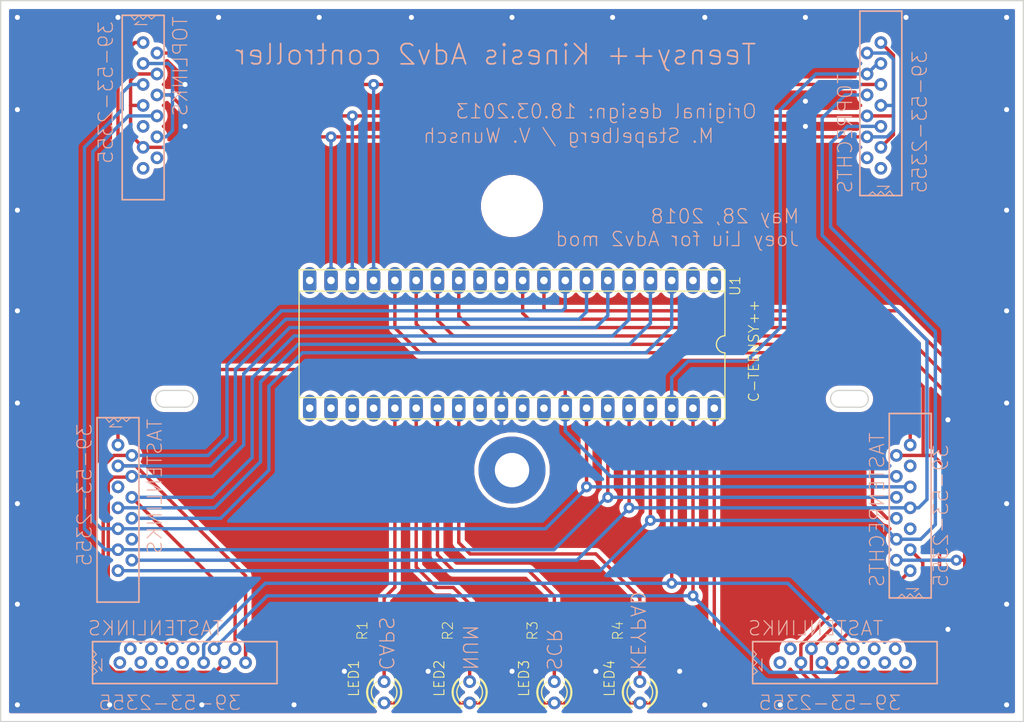
<source format=kicad_pcb>
(kicad_pcb (version 20171130) (host pcbnew 5.1.3+dfsg1-1)
  (layers (0 Top signal) (1 Route2 signal) (2 Route3 signal) (3 Route4 signal) (4 Route5 signal) (5 Route6 signal) (6 Route7 signal) (7 Route8 signal) (8 Route9 signal) (9 Route10 signal) (10 Route11 signal) (11 Route12 signal) (12 Route13 signal) (13 Route14 signal) (14 Route15 signal) (31 Bottom signal) (34 B.Paste user) (35 F.Paste user) (36 B.SilkS user) (37 F.SilkS user) (38 B.Mask user) (39 F.Mask user) (44 Edge.Cuts user))
  (net 0 "")
  (net 1 GND)
  (net 2 C0)
  (net 3 C1)
  (net 4 C3)
  (net 5 C6)
  (net 6 C2)
  (net 7 C5)
  (net 8 C4)
  (net 9 D2)
  (net 10 D3)
  (net 11 D4)
  (net 12 D5)
  (net 13 D6)
  (net 14 D7)
  (net 15 B0)
  (net 16 B1)
  (net 17 B2)
  (net 18 B4)
  (net 19 B5)
  (net 20 B6)
  (net 21 D0)
  (net 22 B3)
  (net 23 D1)
  (net 24 N$1)
  (net 25 N$7)
  (net 26 N$8)
  (net 27 N$9)
  (net 28 N$10)
  (net 29 N$11)
  (net 30 N$14)
  (net 31 N$15)
  (net 32 N$16)
  (net 33 N$17)
  (module 39-53-2135 (layer Bottom) (at 101.5011 122.5036 270)
    (fp_text reference TASTENLINKS (at -10.7436 -3.4009 90) (layer B.SilkS) (effects (font (size 1.6891 1.6891) (thickness 0.135128)) (justify left top mirror)))
    (fp_text value 39-53-2355 (at -10.16 4.9811 90) (layer B.SilkS) (effects (font (size 1.6891 1.6891) (thickness 0.135128)) (justify left top mirror)))
    (pad P$1 thru_hole circle (at -7.5 0 270) (size 1.5112 1.5112) (drill 0.8) (layers *.Cu *.Mask) (net 15 B0))
    (pad P$3 thru_hole circle (at -5 0 270) (size 1.5112 1.5112) (drill 0.8) (layers *.Cu *.Mask) (net 11 D4))
    (pad P$5 thru_hole circle (at -2.5 0 270) (size 1.5112 1.5112) (drill 0.8) (layers *.Cu *.Mask))
    (pad P$7 thru_hole circle (at 0 0 270) (size 1.5112 1.5112) (drill 0.8) (layers *.Cu *.Mask) (net 23 D1))
    (pad P$9 thru_hole circle (at 2.5 0 270) (size 1.5112 1.5112) (drill 0.8) (layers *.Cu *.Mask) (net 16 B1))
    (pad P$11 thru_hole circle (at 5 0 270) (size 1.5112 1.5112) (drill 0.8) (layers *.Cu *.Mask) (net 17 B2))
    (pad P$13 thru_hole circle (at 7.5 0 270) (size 1.5112 1.5112) (drill 0.8) (layers *.Cu *.Mask) (net 18 B4))
    (pad P$2 thru_hole circle (at -6.25 -1.65 270) (size 1.5112 1.5112) (drill 0.8) (layers *.Cu *.Mask) (net 12 D5))
    (pad P$4 thru_hole circle (at -3.75 -1.65 270) (size 1.5112 1.5112) (drill 0.8) (layers *.Cu *.Mask) (net 10 D3))
    (pad P$6 thru_hole circle (at -1.25 -1.65 270) (size 1.5112 1.5112) (drill 0.8) (layers *.Cu *.Mask) (net 9 D2))
    (pad P$8 thru_hole circle (at 1.25 -1.65 270) (size 1.5112 1.5112) (drill 0.8) (layers *.Cu *.Mask) (net 21 D0))
    (pad P$10 thru_hole circle (at 3.75 -1.65 270) (size 1.5112 1.5112) (drill 0.8) (layers *.Cu *.Mask))
    (pad P$12 thru_hole circle (at 6.25 -1.65 270) (size 1.5112 1.5112) (drill 0.8) (layers *.Cu *.Mask) (net 22 B3))
  )
  (module 39-53-2135 (layer Bottom) (at 109.22 140.97)
    (fp_text reference TASTENLINKS (at -11.4208 -5.08 -180) (layer B.SilkS) (effects (font (size 1.6891 1.6891) (thickness 0.135128)) (justify right top mirror)))
    (fp_text value 39-53-2355 (at -10.16 3.81 -180) (layer B.SilkS) (effects (font (size 1.6891 1.6891) (thickness 0.135128)) (justify right top mirror)))
    (pad P$12 thru_hole circle (at 6.25 -1.65) (size 1.5112 1.5112) (drill 0.8) (layers *.Cu *.Mask) (net 9 D2))
    (pad P$10 thru_hole circle (at 3.75 -1.65) (size 1.5112 1.5112) (drill 0.8) (layers *.Cu *.Mask) (net 20 B6))
    (pad P$8 thru_hole circle (at 1.25 -1.65) (size 1.5112 1.5112) (drill 0.8) (layers *.Cu *.Mask))
    (pad P$6 thru_hole circle (at -1.25 -1.65) (size 1.5112 1.5112) (drill 0.8) (layers *.Cu *.Mask) (net 10 D3))
    (pad P$4 thru_hole circle (at -3.75 -1.65) (size 1.5112 1.5112) (drill 0.8) (layers *.Cu *.Mask))
    (pad P$2 thru_hole circle (at -6.25 -1.65) (size 1.5112 1.5112) (drill 0.8) (layers *.Cu *.Mask))
    (pad P$13 thru_hole circle (at 7.5 0) (size 1.5112 1.5112) (drill 0.8) (layers *.Cu *.Mask) (net 11 D4))
    (pad P$11 thru_hole circle (at 5 0) (size 1.5112 1.5112) (drill 0.8) (layers *.Cu *.Mask) (net 12 D5))
    (pad P$9 thru_hole circle (at 2.5 0) (size 1.5112 1.5112) (drill 0.8) (layers *.Cu *.Mask) (net 19 B5))
    (pad P$7 thru_hole circle (at 0 0) (size 1.5112 1.5112) (drill 0.8) (layers *.Cu *.Mask))
    (pad P$5 thru_hole circle (at -2.5 0) (size 1.5112 1.5112) (drill 0.8) (layers *.Cu *.Mask))
    (pad P$3 thru_hole circle (at -5 0) (size 1.5112 1.5112) (drill 0.8) (layers *.Cu *.Mask))
    (pad P$1 thru_hole circle (at -7.5 0) (size 1.5112 1.5112) (drill 0.8) (layers *.Cu *.Mask))
  )
  (module 39-53-2135 (layer Bottom) (at 187.96 140.97)
    (fp_text reference TASTENLINKS (at -11.4208 -5.08 -180) (layer B.SilkS) (effects (font (size 1.6891 1.6891) (thickness 0.135128)) (justify right top mirror)))
    (fp_text value 39-53-2355 (at -10.16 3.81 -180) (layer B.SilkS) (effects (font (size 1.6891 1.6891) (thickness 0.135128)) (justify right top mirror)))
    (pad P$1 thru_hole circle (at -7.5 0) (size 1.5112 1.5112) (drill 0.8) (layers *.Cu *.Mask))
    (pad P$3 thru_hole circle (at -5 0) (size 1.5112 1.5112) (drill 0.8) (layers *.Cu *.Mask) (net 13 D6))
    (pad P$5 thru_hole circle (at -2.5 0) (size 1.5112 1.5112) (drill 0.8) (layers *.Cu *.Mask) (net 2 C0))
    (pad P$7 thru_hole circle (at 0 0) (size 1.5112 1.5112) (drill 0.8) (layers *.Cu *.Mask) (net 20 B6))
    (pad P$9 thru_hole circle (at 2.5 0) (size 1.5112 1.5112) (drill 0.8) (layers *.Cu *.Mask))
    (pad P$11 thru_hole circle (at 5 0) (size 1.5112 1.5112) (drill 0.8) (layers *.Cu *.Mask))
    (pad P$13 thru_hole circle (at 7.5 0) (size 1.5112 1.5112) (drill 0.8) (layers *.Cu *.Mask))
    (pad P$2 thru_hole circle (at -6.25 -1.65) (size 1.5112 1.5112) (drill 0.8) (layers *.Cu *.Mask))
    (pad P$4 thru_hole circle (at -3.75 -1.65) (size 1.5112 1.5112) (drill 0.8) (layers *.Cu *.Mask) (net 14 D7))
    (pad P$6 thru_hole circle (at -1.25 -1.65) (size 1.5112 1.5112) (drill 0.8) (layers *.Cu *.Mask) (net 3 C1))
    (pad P$8 thru_hole circle (at 1.25 -1.65) (size 1.5112 1.5112) (drill 0.8) (layers *.Cu *.Mask) (net 19 B5))
    (pad P$10 thru_hole circle (at 3.75 -1.65) (size 1.5112 1.5112) (drill 0.8) (layers *.Cu *.Mask))
    (pad P$12 thru_hole circle (at 6.25 -1.65) (size 1.5112 1.5112) (drill 0.8) (layers *.Cu *.Mask))
  )
  (module "" (layer Top) (at 148.5011 86.5036)
    (fp_text reference @HOLE0 hide)
    (fp_text value "" (at 0 0) (layer F.SilkS) (effects (font (size 1.524 1.524))))
    (pad "" np_thru_hole circle (at 0 0) (size 6.4 6.4) (drill 6.4) (layers *.Cu))
  )
  (module TEENSY++ (layer Top) (at 148.5011 103.0036 180)
    (fp_text reference U1 (at -25.908 8.255 90) (layer F.SilkS) (effects (font (size 1.2065 1.2065) (thickness 0.12065)) (justify right top)))
    (fp_text value C-TEENSY++ (at -29.5529 -6.9784 90) (layer F.SilkS) (effects (font (size 1.2065 1.2065) (thickness 0.12065)) (justify left bottom)))
    (pad GND thru_hole oval (at -24.13 7.62 270) (size 3.2224 1.6112) (drill 0.9) (layers *.Cu *.Mask) (net 24 N$1))
    (pad B7 thru_hole oval (at -21.59 7.62 270) (size 3.2224 1.6112) (drill 0.9) (layers *.Cu *.Mask))
    (pad D2 thru_hole oval (at -13.97 7.62 270) (size 3.2224 1.6112) (drill 0.9) (layers *.Cu *.Mask) (net 9 D2))
    (pad D3 thru_hole oval (at -11.43 7.62 270) (size 3.2224 1.6112) (drill 0.9) (layers *.Cu *.Mask) (net 10 D3))
    (pad D0 thru_hole oval (at -19.05 7.62 270) (size 3.2224 1.6112) (drill 0.9) (layers *.Cu *.Mask) (net 21 D0))
    (pad D1 thru_hole oval (at -16.51 7.62 270) (size 3.2224 1.6112) (drill 0.9) (layers *.Cu *.Mask) (net 23 D1))
    (pad D4 thru_hole oval (at -8.89 7.62 270) (size 3.2224 1.6112) (drill 0.9) (layers *.Cu *.Mask) (net 11 D4))
    (pad D5 thru_hole oval (at -6.35 7.62 270) (size 3.2224 1.6112) (drill 0.9) (layers *.Cu *.Mask) (net 12 D5))
    (pad D6 thru_hole oval (at -3.81 7.62 270) (size 3.2224 1.6112) (drill 0.9) (layers *.Cu *.Mask) (net 13 D6))
    (pad D7 thru_hole oval (at -1.27 7.62 270) (size 3.2224 1.6112) (drill 0.9) (layers *.Cu *.Mask) (net 14 D7))
    (pad E0 thru_hole oval (at 1.27 7.62 270) (size 3.2224 1.6112) (drill 0.9) (layers *.Cu *.Mask))
    (pad E1 thru_hole oval (at 3.81 7.62 270) (size 3.2224 1.6112) (drill 0.9) (layers *.Cu *.Mask))
    (pad C0 thru_hole oval (at 6.35 7.62 270) (size 3.2224 1.6112) (drill 0.9) (layers *.Cu *.Mask) (net 2 C0))
    (pad C1 thru_hole oval (at 8.89 7.62 270) (size 3.2224 1.6112) (drill 0.9) (layers *.Cu *.Mask) (net 3 C1))
    (pad C2 thru_hole oval (at 11.43 7.62 270) (size 3.2224 1.6112) (drill 0.9) (layers *.Cu *.Mask) (net 6 C2))
    (pad C3 thru_hole oval (at 13.97 7.62 270) (size 3.2224 1.6112) (drill 0.9) (layers *.Cu *.Mask) (net 4 C3))
    (pad C4 thru_hole oval (at 16.51 7.62 270) (size 3.2224 1.6112) (drill 0.9) (layers *.Cu *.Mask) (net 8 C4))
    (pad C5 thru_hole oval (at 19.05 7.62 270) (size 3.2224 1.6112) (drill 0.9) (layers *.Cu *.Mask) (net 7 C5))
    (pad C6 thru_hole oval (at 21.59 7.62 270) (size 3.2224 1.6112) (drill 0.9) (layers *.Cu *.Mask) (net 5 C6))
    (pad C7 thru_hole oval (at 24.13 7.62 270) (size 3.2224 1.6112) (drill 0.9) (layers *.Cu *.Mask))
    (pad F7 thru_hole oval (at 24.13 -7.62 270) (size 3.2224 1.6112) (drill 0.9) (layers *.Cu *.Mask))
    (pad F6 thru_hole oval (at 21.59 -7.62 270) (size 3.2224 1.6112) (drill 0.9) (layers *.Cu *.Mask))
    (pad F5 thru_hole oval (at 19.05 -7.62 270) (size 3.2224 1.6112) (drill 0.9) (layers *.Cu *.Mask))
    (pad F4 thru_hole oval (at 16.51 -7.62 270) (size 3.2224 1.6112) (drill 0.9) (layers *.Cu *.Mask))
    (pad F3 thru_hole oval (at 13.97 -7.62 270) (size 3.2224 1.6112) (drill 0.9) (layers *.Cu *.Mask) (net 25 N$7))
    (pad F2 thru_hole oval (at 11.43 -7.62 270) (size 3.2224 1.6112) (drill 0.9) (layers *.Cu *.Mask) (net 26 N$8))
    (pad F1 thru_hole oval (at 8.89 -7.62 270) (size 3.2224 1.6112) (drill 0.9) (layers *.Cu *.Mask) (net 27 N$9))
    (pad F0 thru_hole oval (at 6.35 -7.62 270) (size 3.2224 1.6112) (drill 0.9) (layers *.Cu *.Mask) (net 28 N$10))
    (pad REF thru_hole oval (at 3.81 -7.62 270) (size 3.2224 1.6112) (drill 0.9) (layers *.Cu *.Mask))
    (pad GRND thru_hole oval (at 1.27 -7.62 270) (size 3.2224 1.6112) (drill 0.9) (layers *.Cu *.Mask) (net 1 GND))
    (pad E6 thru_hole oval (at -1.27 -7.62 270) (size 3.2224 1.6112) (drill 0.9) (layers *.Cu *.Mask))
    (pad E7 thru_hole oval (at -3.81 -7.62 270) (size 3.2224 1.6112) (drill 0.9) (layers *.Cu *.Mask))
    (pad B0 thru_hole oval (at -6.35 -7.62 270) (size 3.2224 1.6112) (drill 0.9) (layers *.Cu *.Mask) (net 15 B0))
    (pad B1 thru_hole oval (at -8.89 -7.62 270) (size 3.2224 1.6112) (drill 0.9) (layers *.Cu *.Mask) (net 16 B1))
    (pad B2 thru_hole oval (at -11.43 -7.62 270) (size 3.2224 1.6112) (drill 0.9) (layers *.Cu *.Mask) (net 17 B2))
    (pad B3 thru_hole oval (at -13.97 -7.62 270) (size 3.2224 1.6112) (drill 0.9) (layers *.Cu *.Mask) (net 22 B3))
    (pad B4 thru_hole oval (at -16.51 -7.62 270) (size 3.2224 1.6112) (drill 0.9) (layers *.Cu *.Mask) (net 18 B4))
    (pad B5 thru_hole oval (at -19.05 -7.62 270) (size 3.2224 1.6112) (drill 0.9) (layers *.Cu *.Mask) (net 19 B5))
    (pad B6 thru_hole oval (at -21.59 -7.62 270) (size 3.2224 1.6112) (drill 0.9) (layers *.Cu *.Mask) (net 20 B6))
    (pad +5V thru_hole oval (at -24.13 -7.62 270) (size 3.2224 1.6112) (drill 0.9) (layers *.Cu *.Mask) (net 29 N$11))
  )
  (module 39-53-2135 (layer Bottom) (at 196.0011 122.5036 90)
    (fp_text reference TASTENRECHTS (at -9.5764 -2.9611 90) (layer B.SilkS) (effects (font (size 1.6891 1.6891) (thickness 0.135128)) (justify right bottom mirror)))
    (fp_text value 39-53-2355 (at -9.5764 4.6589 90) (layer B.SilkS) (effects (font (size 1.6891 1.6891) (thickness 0.135128)) (justify right bottom mirror)))
    (pad P$1 thru_hole circle (at -7.5 0 90) (size 1.5112 1.5112) (drill 0.8) (layers *.Cu *.Mask) (net 13 D6))
    (pad P$3 thru_hole circle (at -5 0 90) (size 1.5112 1.5112) (drill 0.8) (layers *.Cu *.Mask) (net 14 D7))
    (pad P$5 thru_hole circle (at -2.5 0 90) (size 1.5112 1.5112) (drill 0.8) (layers *.Cu *.Mask))
    (pad P$7 thru_hole circle (at 0 0 90) (size 1.5112 1.5112) (drill 0.8) (layers *.Cu *.Mask) (net 22 B3))
    (pad P$9 thru_hole circle (at 2.5 0 90) (size 1.5112 1.5112) (drill 0.8) (layers *.Cu *.Mask) (net 16 B1))
    (pad P$11 thru_hole circle (at 5 0 90) (size 1.5112 1.5112) (drill 0.8) (layers *.Cu *.Mask))
    (pad P$13 thru_hole circle (at 7.5 0 90) (size 1.5112 1.5112) (drill 0.8) (layers *.Cu *.Mask) (net 6 C2))
    (pad P$2 thru_hole circle (at -6.25 -1.65 90) (size 1.5112 1.5112) (drill 0.8) (layers *.Cu *.Mask) (net 2 C0))
    (pad P$4 thru_hole circle (at -3.75 -1.65 90) (size 1.5112 1.5112) (drill 0.8) (layers *.Cu *.Mask) (net 18 B4))
    (pad P$6 thru_hole circle (at -1.25 -1.65 90) (size 1.5112 1.5112) (drill 0.8) (layers *.Cu *.Mask) (net 4 C3))
    (pad P$8 thru_hole circle (at 1.25 -1.65 90) (size 1.5112 1.5112) (drill 0.8) (layers *.Cu *.Mask) (net 17 B2))
    (pad P$10 thru_hole circle (at 3.75 -1.65 90) (size 1.5112 1.5112) (drill 0.8) (layers *.Cu *.Mask) (net 15 B0))
    (pad P$12 thru_hole circle (at 6.25 -1.65 90) (size 1.5112 1.5112) (drill 0.8) (layers *.Cu *.Mask) (net 3 C1))
  )
  (module 39-53-2135 (layer Bottom) (at 192.5011 74.5036 90)
    (fp_text reference TOPRECHTS (at -10.5864 -3.2711 90) (layer B.SilkS) (effects (font (size 1.6891 1.6891) (thickness 0.135128)) (justify right bottom mirror)))
    (fp_text value 39-53-2355 (at -10.5864 5.6189 90) (layer B.SilkS) (effects (font (size 1.6891 1.6891) (thickness 0.135128)) (justify right bottom mirror)))
    (pad P$1 thru_hole circle (at -7.5 0 90) (size 1.5112 1.5112) (drill 0.8) (layers *.Cu *.Mask))
    (pad P$3 thru_hole circle (at -5 0 90) (size 1.5112 1.5112) (drill 0.8) (layers *.Cu *.Mask) (net 7 C5))
    (pad P$5 thru_hole circle (at -2.5 0 90) (size 1.5112 1.5112) (drill 0.8) (layers *.Cu *.Mask) (net 18 B4))
    (pad P$7 thru_hole circle (at 0 0 90) (size 1.5112 1.5112) (drill 0.8) (layers *.Cu *.Mask) (net 5 C6))
    (pad P$9 thru_hole circle (at 2.5 0 90) (size 1.5112 1.5112) (drill 0.8) (layers *.Cu *.Mask) (net 8 C4))
    (pad P$11 thru_hole circle (at 5 0 90) (size 1.5112 1.5112) (drill 0.8) (layers *.Cu *.Mask) (net 19 B5))
    (pad P$13 thru_hole circle (at 7.5 0 90) (size 1.5112 1.5112) (drill 0.8) (layers *.Cu *.Mask) (net 7 C5))
    (pad P$2 thru_hole circle (at -6.25 -1.65 90) (size 1.5112 1.5112) (drill 0.8) (layers *.Cu *.Mask))
    (pad P$4 thru_hole circle (at -3.75 -1.65 90) (size 1.5112 1.5112) (drill 0.8) (layers *.Cu *.Mask) (net 5 C6))
    (pad P$6 thru_hole circle (at -1.25 -1.65 90) (size 1.5112 1.5112) (drill 0.8) (layers *.Cu *.Mask) (net 7 C5))
    (pad P$8 thru_hole circle (at 1.25 -1.65 90) (size 1.5112 1.5112) (drill 0.8) (layers *.Cu *.Mask) (net 22 B3))
    (pad P$10 thru_hole circle (at 3.75 -1.65 90) (size 1.5112 1.5112) (drill 0.8) (layers *.Cu *.Mask) (net 19 B5))
    (pad P$12 thru_hole circle (at 6.25 -1.65 90) (size 1.5112 1.5112) (drill 0.8) (layers *.Cu *.Mask) (net 5 C6))
  )
  (module 39-53-2135 (layer Bottom) (at 104.5011 74.5036 270)
    (fp_text reference TOPLINKS (at -10.75 -3.4489 90) (layer B.SilkS) (effects (font (size 1.6891 1.6891) (thickness 0.135128)) (justify left top mirror)))
    (fp_text value 39-53-2355 (at -10.16 5.4411 90) (layer B.SilkS) (effects (font (size 1.6891 1.6891) (thickness 0.135128)) (justify left top mirror)))
    (pad P$1 thru_hole circle (at -7.5 0 270) (size 1.5112 1.5112) (drill 0.8) (layers *.Cu *.Mask) (net 15 B0))
    (pad P$3 thru_hole circle (at -5 0 270) (size 1.5112 1.5112) (drill 0.8) (layers *.Cu *.Mask) (net 7 C5))
    (pad P$5 thru_hole circle (at -2.5 0 270) (size 1.5112 1.5112) (drill 0.8) (layers *.Cu *.Mask) (net 17 B2))
    (pad P$7 thru_hole circle (at 0 0 270) (size 1.5112 1.5112) (drill 0.8) (layers *.Cu *.Mask) (net 5 C6))
    (pad P$9 thru_hole circle (at 2.5 0 270) (size 1.5112 1.5112) (drill 0.8) (layers *.Cu *.Mask))
    (pad P$11 thru_hole circle (at 5 0 270) (size 1.5112 1.5112) (drill 0.8) (layers *.Cu *.Mask) (net 5 C6))
    (pad P$13 thru_hole circle (at 7.5 0 270) (size 1.5112 1.5112) (drill 0.8) (layers *.Cu *.Mask))
    (pad P$2 thru_hole circle (at -6.25 -1.65 270) (size 1.5112 1.5112) (drill 0.8) (layers *.Cu *.Mask) (net 8 C4))
    (pad P$4 thru_hole circle (at -3.75 -1.65 270) (size 1.5112 1.5112) (drill 0.8) (layers *.Cu *.Mask) (net 5 C6))
    (pad P$6 thru_hole circle (at -1.25 -1.65 270) (size 1.5112 1.5112) (drill 0.8) (layers *.Cu *.Mask) (net 7 C5))
    (pad P$8 thru_hole circle (at 1.25 -1.65 270) (size 1.5112 1.5112) (drill 0.8) (layers *.Cu *.Mask) (net 16 B1))
    (pad P$10 thru_hole circle (at 3.75 -1.65 270) (size 1.5112 1.5112) (drill 0.8) (layers *.Cu *.Mask) (net 7 C5))
    (pad P$12 thru_hole circle (at 6.25 -1.65 270) (size 1.5112 1.5112) (drill 0.8) (layers *.Cu *.Mask))
  )
  (module LED3MM (layer Top) (at 133.2511 144.5036 90)
    (fp_text reference LED1 (at -0.635 -2.921 90) (layer F.SilkS) (effects (font (size 1.2065 1.2065) (thickness 0.12065)) (justify left bottom)))
    (fp_text value "" (at 1.905 1.651 90) (layer F.SilkS) (effects (font (size 1.2065 1.2065) (thickness 0.12065)) (justify left bottom)))
    (pad A thru_hole circle (at -1.27 0 90) (size 1.524 1.524) (drill 0.8128) (layers *.Cu *.Mask) (net 29 N$11))
    (pad K thru_hole circle (at 1.27 0 90) (size 1.524 1.524) (drill 0.8128) (layers *.Cu *.Mask) (net 33 N$17))
  )
  (module LED3MM (layer Top) (at 143.4511 144.5036 90)
    (fp_text reference LED2 (at -0.635 -2.921 90) (layer F.SilkS) (effects (font (size 1.2065 1.2065) (thickness 0.12065)) (justify left bottom)))
    (fp_text value "" (at 1.905 1.651 90) (layer F.SilkS) (effects (font (size 1.2065 1.2065) (thickness 0.12065)) (justify left bottom)))
    (pad A thru_hole circle (at -1.27 0 90) (size 1.524 1.524) (drill 0.8128) (layers *.Cu *.Mask) (net 29 N$11))
    (pad K thru_hole circle (at 1.27 0 90) (size 1.524 1.524) (drill 0.8128) (layers *.Cu *.Mask) (net 32 N$16))
  )
  (module LED3MM (layer Top) (at 153.5511 144.5036 90)
    (fp_text reference LED3 (at -0.635 -2.921 90) (layer F.SilkS) (effects (font (size 1.2065 1.2065) (thickness 0.12065)) (justify left bottom)))
    (fp_text value "" (at 1.905 1.651 90) (layer F.SilkS) (effects (font (size 1.2065 1.2065) (thickness 0.12065)) (justify left bottom)))
    (pad A thru_hole circle (at -1.27 0 90) (size 1.524 1.524) (drill 0.8128) (layers *.Cu *.Mask) (net 29 N$11))
    (pad K thru_hole circle (at 1.27 0 90) (size 1.524 1.524) (drill 0.8128) (layers *.Cu *.Mask) (net 31 N$15))
  )
  (module LED3MM (layer Top) (at 163.7511 144.5036 90)
    (fp_text reference LED4 (at -0.635 -2.921 90) (layer F.SilkS) (effects (font (size 1.2065 1.2065) (thickness 0.12065)) (justify left bottom)))
    (fp_text value "" (at 1.905 1.651 90) (layer F.SilkS) (effects (font (size 1.2065 1.2065) (thickness 0.12065)) (justify left bottom)))
    (pad A thru_hole circle (at -1.27 0 90) (size 1.524 1.524) (drill 0.8128) (layers *.Cu *.Mask) (net 29 N$11))
    (pad K thru_hole circle (at 1.27 0 90) (size 1.524 1.524) (drill 0.8128) (layers *.Cu *.Mask) (net 30 N$14))
  )
  (module R1206 (layer Top) (at 133.2511 137.0036 90)
    (fp_text reference R1 (at -1.397 -1.905 90) (layer F.SilkS) (effects (font (size 1.2065 1.2065) (thickness 0.09652)) (justify left bottom)))
    (fp_text value "" (at -1.397 2.413 90) (layer F.SilkS) (effects (font (size 1.2065 1.2065) (thickness 0.09652)) (justify left bottom)))
    (pad 1 smd rect (at -1.422 0 90) (size 1.6 1.803) (layers Top F.Paste F.Mask) (net 33 N$17))
    (pad 2 smd rect (at 1.422 0 90) (size 1.6 1.803) (layers Top F.Paste F.Mask) (net 25 N$7))
  )
  (module R1206 (layer Top) (at 143.4511 137.0036 90)
    (fp_text reference R2 (at -1.397 -1.905 90) (layer F.SilkS) (effects (font (size 1.2065 1.2065) (thickness 0.09652)) (justify left bottom)))
    (fp_text value "" (at -1.397 2.413 90) (layer F.SilkS) (effects (font (size 1.2065 1.2065) (thickness 0.09652)) (justify left bottom)))
    (pad 1 smd rect (at -1.422 0 90) (size 1.6 1.803) (layers Top F.Paste F.Mask) (net 32 N$16))
    (pad 2 smd rect (at 1.422 0 90) (size 1.6 1.803) (layers Top F.Paste F.Mask) (net 26 N$8))
  )
  (module R1206 (layer Top) (at 153.5511 137.0036 90)
    (fp_text reference R3 (at -1.397 -1.905 90) (layer F.SilkS) (effects (font (size 1.2065 1.2065) (thickness 0.09652)) (justify left bottom)))
    (fp_text value "" (at -1.397 2.413 90) (layer F.SilkS) (effects (font (size 1.2065 1.2065) (thickness 0.09652)) (justify left bottom)))
    (pad 1 smd rect (at -1.422 0 90) (size 1.6 1.803) (layers Top F.Paste F.Mask) (net 31 N$15))
    (pad 2 smd rect (at 1.422 0 90) (size 1.6 1.803) (layers Top F.Paste F.Mask) (net 27 N$9))
  )
  (module R1206 (layer Top) (at 163.7511 137.0036 90)
    (fp_text reference R4 (at -1.397 -1.905 90) (layer F.SilkS) (effects (font (size 1.2065 1.2065) (thickness 0.09652)) (justify left bottom)))
    (fp_text value "" (at -1.397 2.413 90) (layer F.SilkS) (effects (font (size 1.2065 1.2065) (thickness 0.09652)) (justify left bottom)))
    (pad 1 smd rect (at -1.422 0 90) (size 1.6 1.803) (layers Top F.Paste F.Mask) (net 30 N$14))
    (pad 2 smd rect (at 1.422 0 90) (size 1.6 1.803) (layers Top F.Paste F.Mask) (net 28 N$10))
  )
  (module 4,1-PAD (layer Top) (at 148.5011 118.0036)
    (fp_text reference H1)
    (fp_text value MOUNT-PAD-ROUND4.1)
    (pad B4,1 thru_hole circle (at 0 0) (size 8 8) (drill 4.1) (layers *.Cu *.Mask))
  )
  (gr_text "May 28, 2018\nJoey Liu for Adv2 mod" (at 182.88 91.44) (layer B.SilkS) (effects (font (size 1.6891 1.6891) (thickness 0.14224)) (justify left bottom mirror)))
  (gr_line (start 87.5011 148.0036) (end 209.5011 148.0036) (layer Edge.Cuts) (width 0.15))
  (gr_line (start 209.5011 148.0036) (end 209.5011 62.0036) (layer Edge.Cuts) (width 0.15))
  (gr_line (start 209.5011 62.0036) (end 87.5011 62.0036) (layer Edge.Cuts) (width 0.15))
  (gr_line (start 87.5011 62.0036) (end 87.5011 148.0036) (layer Edge.Cuts) (width 0.15))
  (gr_line (start 107.0011 110.5036) (end 109.5011 110.5036) (layer Edge.Cuts) (width 0.15))
  (gr_line (start 187.5011 110.5036) (end 190.0011 110.5036) (layer Edge.Cuts) (width 0.15))
  (gr_line (start 107.0011 108.5036) (end 109.5011 108.5036) (layer Edge.Cuts) (width 0.15))
  (gr_line (start 187.5011 108.5036) (end 190.0011 108.5036) (layer Edge.Cuts) (width 0.15))
  (gr_arc (start 107.0011 109.5036) (end 106.0011 109.5036) (angle 90) (layer Edge.Cuts) (width 0.15))
  (gr_arc (start 107.0011 109.5036) (end 107.0011 110.5036) (angle 90) (layer Edge.Cuts) (width 0.15))
  (gr_arc (start 109.5011 109.5036) (end 110.5011 109.5036) (angle 90) (layer Edge.Cuts) (width 0.15))
  (gr_arc (start 109.5011 109.5036) (end 109.5011 108.5036) (angle 90) (layer Edge.Cuts) (width 0.15))
  (gr_arc (start 187.5011 109.5036) (end 186.5011 109.5036) (angle 90) (layer Edge.Cuts) (width 0.15))
  (gr_arc (start 187.5011 109.5036) (end 187.5011 110.5036) (angle 90) (layer Edge.Cuts) (width 0.15))
  (gr_arc (start 190.0011 109.5036) (end 191.0011 109.5036) (angle 90) (layer Edge.Cuts) (width 0.15))
  (gr_arc (start 190.0011 109.5036) (end 190.0011 108.5036) (angle 90) (layer Edge.Cuts) (width 0.15))
  (gr_text CAPS (at 132.5011 142.0036 270) (layer B.SilkS) (effects (font (size 1.6891 1.6891) (thickness 0.14224)) (justify left bottom mirror)))
  (gr_text NUM (at 142.5011 142.0036 270) (layer B.SilkS) (effects (font (size 1.6891 1.6891) (thickness 0.14224)) (justify left bottom mirror)))
  (gr_text SCR (at 152.5011 142.0036 270) (layer B.SilkS) (effects (font (size 1.6891 1.6891) (thickness 0.14224)) (justify left bottom mirror)))
  (gr_text KEYPAD (at 162.5011 142.0036 270) (layer B.SilkS) (effects (font (size 1.6891 1.6891) (thickness 0.14224)) (justify left bottom mirror)))
  (gr_text "Teensy++ Kinesis Adv2 controller" (at 177.8 69.85) (layer B.SilkS) (effects (font (size 2.413 2.413) (thickness 0.2032)) (justify left bottom mirror)))
  (gr_text "Original design: 18.03.2013" (at 177.8 76.2) (layer B.SilkS) (effects (font (size 1.6891 1.6891) (thickness 0.14224)) (justify left bottom mirror)))
  (gr_text "M. Stapelberg / V. Wunsch" (at 172.72 79.121) (layer B.SilkS) (effects (font (size 1.6891 1.6891) (thickness 0.14224)) (justify left bottom mirror)))
  (via (at 89.5011 146.0036) (size 1.3112) (drill 0.6) (layers Top Bottom) (net 1))
  (via (at 207.5011 146.0036) (size 1.3112) (drill 0.6) (layers Top Bottom) (net 1))
  (via (at 207.5011 64.0036) (size 1.3112) (drill 0.6) (layers Top Bottom) (net 1))
  (via (at 89.5011 64.0036) (size 1.3112) (drill 0.6) (layers Top Bottom) (net 1))
  (via (at 148.5011 64.0036) (size 1.3112) (drill 0.6) (layers Top Bottom) (net 1))
  (via (at 148.5011 142.0036) (size 1.3112) (drill 0.6) (layers Top Bottom) (net 1))
  (via (at 158.5011 142.0036) (size 1.3112) (drill 0.6) (layers Top Bottom) (net 1))
  (via (at 138.5011 142.0036) (size 1.3112) (drill 0.6) (layers Top Bottom) (net 1))
  (via (at 128.5011 142.0036) (size 1.3112) (drill 0.6) (layers Top Bottom) (net 1))
  (via (at 168.5011 142.0036) (size 1.3112) (drill 0.6) (layers Top Bottom) (net 1))
  (via (at 111.5011 146.0036) (size 1.3112) (drill 0.6) (layers Top Bottom) (net 1))
  (via (at 122.5011 146.0036) (size 1.3112) (drill 0.6) (layers Top Bottom) (net 1))
  (via (at 100.5011 146.0036) (size 1.3112) (drill 0.6) (layers Top Bottom) (net 1))
  (via (at 180.5011 146.0036) (size 1.3112) (drill 0.6) (layers Top Bottom) (net 1))
  (via (at 171.5011 146.0036) (size 1.3112) (drill 0.6) (layers Top Bottom) (net 1))
  (via (at 113.5011 64.0036) (size 1.3112) (drill 0.6) (layers Top Bottom) (net 1))
  (via (at 125.5011 64.0036) (size 1.3112) (drill 0.6) (layers Top Bottom) (net 1))
  (via (at 101.5011 64.0036) (size 1.3112) (drill 0.6) (layers Top Bottom) (net 1))
  (via (at 160.5011 64.0036) (size 1.3112) (drill 0.6) (layers Top Bottom) (net 1))
  (via (at 136.5011 64.0036) (size 1.3112) (drill 0.6) (layers Top Bottom) (net 1))
  (via (at 183.5011 64.0036) (size 1.3112) (drill 0.6) (layers Top Bottom) (net 1))
  (via (at 171.5011 64.0036) (size 1.3112) (drill 0.6) (layers Top Bottom) (net 1))
  (via (at 195.5011 64.0036) (size 1.3112) (drill 0.6) (layers Top Bottom) (net 1))
  (via (at 207.5011 87.0036) (size 1.3112) (drill 0.6) (layers Top Bottom) (net 1))
  (via (at 207.5011 75.0036) (size 1.3112) (drill 0.6) (layers Top Bottom) (net 1))
  (via (at 207.5011 99.0036) (size 1.3112) (drill 0.6) (layers Top Bottom) (net 1))
  (via (at 207.5011 122.0036) (size 1.3112) (drill 0.6) (layers Top Bottom) (net 1))
  (via (at 207.5011 110.0036) (size 1.3112) (drill 0.6) (layers Top Bottom) (net 1))
  (via (at 207.5011 134.0036) (size 1.3112) (drill 0.6) (layers Top Bottom) (net 1))
  (via (at 89.5011 122.0036) (size 1.3112) (drill 0.6) (layers Top Bottom) (net 1))
  (via (at 89.5011 110.0036) (size 1.3112) (drill 0.6) (layers Top Bottom) (net 1))
  (via (at 89.5011 134.0036) (size 1.3112) (drill 0.6) (layers Top Bottom) (net 1))
  (via (at 89.5011 87.0036) (size 1.3112) (drill 0.6) (layers Top Bottom) (net 1))
  (via (at 89.5011 75.0036) (size 1.3112) (drill 0.6) (layers Top Bottom) (net 1))
  (via (at 89.5011 99.0036) (size 1.3112) (drill 0.6) (layers Top Bottom) (net 1))
  (via (at 109.5011 72.0036) (size 1.3112) (drill 0.6) (layers Top Bottom) (net 1))
  (via (at 183.5011 74.0036) (size 1.3112) (drill 0.6) (layers Top Bottom) (net 1))
  (via (at 109.5011 77.0036) (size 1.3112) (drill 0.6) (layers Top Bottom) (net 1))
  (via (at 183.5011 77.0036) (size 1.3112) (drill 0.6) (layers Top Bottom) (net 1))
  (via (at 200.5011 137.0036) (size 1.3112) (drill 0.6) (layers Top Bottom) (net 1))
  (via (at 200.5011 112.0036) (size 1.3112) (drill 0.6) (layers Top Bottom) (net 1))
  (segment (start 142.1511 95.3836) (end 142.1511 99.6536) (width 0.4064) (layer Top) (net 2))
  (segment (start 142.1511 99.6536) (end 143.5011 101.0036) (width 0.4064) (layer Top) (net 2))
  (segment (start 143.5011 101.0036) (end 192.5011 101.0036) (width 0.4064) (layer Top) (net 2))
  (segment (start 192.5011 101.0036) (end 202.5011 111.0036) (width 0.4064) (layer Top) (net 2))
  (segment (start 202.5011 111.0036) (end 202.5011 128.7536) (width 0.4064) (layer Top) (net 2))
  (segment (start 194.3511 128.7536) (end 201.5011 128.7536) (width 0.4064) (layer Bottom) (net 2))
  (via (at 201.5011 128.7536) (size 1.3112) (drill 0.6) (layers Top Bottom) (net 2))
  (segment (start 201.5011 128.7536) (end 202.5011 128.7536) (width 0.4064) (layer Top) (net 2))
  (segment (start 186.215599 141.725599) (end 185.46 140.97) (width 0.4064) (layer Top) (net 2))
  (segment (start 196.942925 142.128801) (end 186.618801 142.128801) (width 0.4064) (layer Top) (net 2))
  (segment (start 202.5011 136.570626) (end 196.942925 142.128801) (width 0.4064) (layer Top) (net 2))
  (segment (start 186.618801 142.128801) (end 186.215599 141.725599) (width 0.4064) (layer Top) (net 2))
  (segment (start 202.5011 128.7536) (end 202.5011 136.570626) (width 0.4064) (layer Top) (net 2))
  (segment (start 197.545913 116.2536) (end 194.3511 116.2536) (width 0.4064) (layer Top) (net 3))
  (segment (start 197.545913 116.2536) (end 197.545913 108.048412) (width 0.4064) (layer Top) (net 3))
  (segment (start 197.545913 108.048412) (end 191.5011 102.0036) (width 0.4064) (layer Top) (net 3))
  (segment (start 191.5011 102.0036) (end 141.5011 102.0036) (width 0.4064) (layer Top) (net 3))
  (segment (start 141.5011 102.0036) (end 139.6111 100.1136) (width 0.4064) (layer Top) (net 3))
  (segment (start 139.6111 100.1136) (end 139.6111 95.3836) (width 0.4064) (layer Top) (net 3))
  (segment (start 199.5011 127.0036) (end 199.5011 133.0036) (width 0.4064) (layer Top) (net 3))
  (segment (start 197.545913 116.2536) (end 198.7511 116.2536) (width 0.4064) (layer Top) (net 3))
  (segment (start 198.7511 116.2536) (end 200.5011 118.0036) (width 0.4064) (layer Top) (net 3))
  (segment (start 200.5011 118.0036) (end 200.5011 126.0036) (width 0.4064) (layer Top) (net 3))
  (segment (start 200.5011 126.0036) (end 199.5011 127.0036) (width 0.4064) (layer Top) (net 3))
  (segment (start 190.41999 135.61001) (end 187.465599 138.564401) (width 0.4064) (layer Top) (net 3))
  (segment (start 187.465599 138.564401) (end 186.71 139.32) (width 0.4064) (layer Top) (net 3))
  (segment (start 196.89469 135.61001) (end 190.41999 135.61001) (width 0.4064) (layer Top) (net 3))
  (segment (start 199.5011 133.0036) (end 196.89469 135.61001) (width 0.4064) (layer Top) (net 3))
  (segment (start 194.3511 123.7536) (end 193.2511 123.7536) (width 0.4064) (layer Top) (net 4))
  (segment (start 193.2511 123.7536) (end 191.5011 122.0036) (width 0.4064) (layer Top) (net 4))
  (segment (start 191.5011 122.0036) (end 191.5011 115.0036) (width 0.4064) (layer Top) (net 4))
  (segment (start 191.5011 115.0036) (end 194.5011 112.0036) (width 0.4064) (layer Top) (net 4))
  (segment (start 194.5011 112.0036) (end 194.5011 109.0036) (width 0.4064) (layer Top) (net 4))
  (segment (start 194.5011 109.0036) (end 189.5011 104.0036) (width 0.4064) (layer Top) (net 4))
  (segment (start 189.5011 104.0036) (end 137.5011 104.0036) (width 0.4064) (layer Top) (net 4))
  (segment (start 137.5011 104.0036) (end 134.5311 101.0336) (width 0.4064) (layer Top) (net 4))
  (segment (start 134.5311 101.0336) (end 134.5311 95.3836) (width 0.4064) (layer Top) (net 4))
  (segment (start 190.8511 78.2536) (end 126.9111 78.2536) (width 0.4064) (layer Top) (net 5))
  (segment (start 126.9111 78.2536) (end 110.2511 78.2536) (width 0.4064) (layer Top) (net 5))
  (segment (start 110.2511 78.2536) (end 109.0011 79.5036) (width 0.4064) (layer Top) (net 5))
  (segment (start 109.0011 79.5036) (end 104.5011 79.5036) (width 0.4064) (layer Top) (net 5))
  (segment (start 190.8511 78.2536) (end 193.2511 78.2536) (width 0.4064) (layer Bottom) (net 5))
  (segment (start 193.2511 78.2536) (end 194.0011 77.5036) (width 0.4064) (layer Bottom) (net 5))
  (segment (start 194.0011 77.5036) (end 194.0011 74.5036) (width 0.4064) (layer Bottom) (net 5))
  (segment (start 194.0011 74.5036) (end 192.5011 74.5036) (width 0.4064) (layer Bottom) (net 5))
  (segment (start 194.0011 74.5036) (end 194.0011 69.0036) (width 0.4064) (layer Bottom) (net 5))
  (segment (start 194.0011 69.0036) (end 193.2511 68.2536) (width 0.4064) (layer Bottom) (net 5))
  (segment (start 193.2511 68.2536) (end 190.8511 68.2536) (width 0.4064) (layer Bottom) (net 5))
  (segment (start 104.5011 79.5036) (end 103.0011 78.0036) (width 0.4064) (layer Top) (net 5))
  (segment (start 103.0011 78.0036) (end 103.0011 74.5036) (width 0.4064) (layer Top) (net 5))
  (segment (start 103.0011 74.5036) (end 104.5011 74.5036) (width 0.4064) (layer Top) (net 5))
  (segment (start 103.0011 74.5036) (end 103.0011 71.5036) (width 0.4064) (layer Top) (net 5))
  (segment (start 103.0011 71.5036) (end 103.7511 70.7536) (width 0.4064) (layer Top) (net 5))
  (segment (start 103.7511 70.7536) (end 106.1511 70.7536) (width 0.4064) (layer Top) (net 5))
  (segment (start 126.9111 78.2536) (end 126.9111 95.3836) (width 0.4064) (layer Bottom) (net 5))
  (via (at 126.9111 78.2536) (size 1.3112) (drill 0.6) (layers Top Bottom) (net 5))
  (segment (start 196.0011 115.0036) (end 196.0011 108.5036) (width 0.4064) (layer Top) (net 6))
  (segment (start 196.0011 108.5036) (end 190.5011 103.0036) (width 0.4064) (layer Top) (net 6))
  (segment (start 190.5011 103.0036) (end 139.5011 103.0036) (width 0.4064) (layer Top) (net 6))
  (segment (start 139.5011 103.0036) (end 137.0711 100.5736) (width 0.4064) (layer Top) (net 6))
  (segment (start 137.0711 100.5736) (end 137.0711 95.3836) (width 0.4064) (layer Top) (net 6))
  (segment (start 190.8511 75.7536) (end 129.4511 75.7536) (width 0.4064) (layer Top) (net 7))
  (segment (start 129.4511 75.7536) (end 110.2511 75.7536) (width 0.4064) (layer Top) (net 7))
  (segment (start 110.2511 75.7536) (end 107.7511 73.2536) (width 0.4064) (layer Top) (net 7))
  (segment (start 106.1511 73.2536) (end 107.7511 73.2536) (width 0.4064) (layer Top) (net 7))
  (segment (start 190.8511 75.7536) (end 194.0011 75.7536) (width 0.4064) (layer Top) (net 7))
  (segment (start 194.0011 75.7536) (end 194.0011 78.0036) (width 0.4064) (layer Top) (net 7))
  (segment (start 194.0011 78.0036) (end 192.5011 79.5036) (width 0.4064) (layer Top) (net 7))
  (segment (start 194.0011 75.7536) (end 194.0011 68.5036) (width 0.4064) (layer Top) (net 7))
  (segment (start 194.0011 68.5036) (end 192.5011 67.0036) (width 0.4064) (layer Top) (net 7))
  (segment (start 106.1511 78.2536) (end 107.2511 78.2536) (width 0.4064) (layer Bottom) (net 7))
  (segment (start 107.2511 78.2536) (end 108.0011 77.5036) (width 0.4064) (layer Bottom) (net 7))
  (segment (start 108.0011 77.5036) (end 108.0011 73.2536) (width 0.4064) (layer Bottom) (net 7))
  (segment (start 108.0011 73.2536) (end 106.1511 73.2536) (width 0.4064) (layer Bottom) (net 7))
  (segment (start 108.0011 73.2536) (end 108.0011 70.0036) (width 0.4064) (layer Bottom) (net 7))
  (segment (start 108.0011 70.0036) (end 107.5011 69.5036) (width 0.4064) (layer Bottom) (net 7))
  (segment (start 107.5011 69.5036) (end 104.5011 69.5036) (width 0.4064) (layer Bottom) (net 7))
  (segment (start 129.4511 75.7536) (end 129.4511 95.3836) (width 0.4064) (layer Bottom) (net 7))
  (via (at 129.4511 75.7536) (size 1.3112) (drill 0.6) (layers Top Bottom) (net 7))
  (segment (start 192.5011 72.0036) (end 131.9911 72.0036) (width 0.4064) (layer Top) (net 8))
  (segment (start 131.9911 72.0036) (end 111.5011 72.0036) (width 0.4064) (layer Top) (net 8))
  (segment (start 111.5011 72.0036) (end 107.7511 68.2536) (width 0.4064) (layer Top) (net 8))
  (segment (start 106.1511 68.2536) (end 107.7511 68.2536) (width 0.4064) (layer Top) (net 8))
  (segment (start 131.9911 72.0036) (end 131.9911 95.3836) (width 0.4064) (layer Bottom) (net 8))
  (via (at 131.9911 72.0036) (size 1.3112) (drill 0.6) (layers Top Bottom) (net 8))
  (segment (start 103.1511 121.2536) (end 112.7511 121.2536) (width 0.4064) (layer Bottom) (net 9))
  (segment (start 112.7511 121.2536) (end 117.5011 116.5036) (width 0.4064) (layer Bottom) (net 9))
  (segment (start 117.5011 116.5036) (end 117.5011 107.0036) (width 0.4064) (layer Bottom) (net 9))
  (segment (start 117.5011 107.0036) (end 122.5011 102.0036) (width 0.4064) (layer Bottom) (net 9))
  (segment (start 122.5011 102.0036) (end 160.5011 102.0036) (width 0.4064) (layer Bottom) (net 9))
  (segment (start 160.5011 102.0036) (end 162.4711 100.0336) (width 0.4064) (layer Bottom) (net 9))
  (segment (start 162.4711 100.0336) (end 162.4711 95.3836) (width 0.4064) (layer Bottom) (net 9))
  (segment (start 115.47 133.5725) (end 115.47 139.32) (width 0.4064) (layer Top) (net 9))
  (segment (start 103.1511 121.2536) (end 115.47 133.5725) (width 0.4064) (layer Top) (net 9))
  (segment (start 103.1511 118.7536) (end 112.7511 118.7536) (width 0.4064) (layer Bottom) (net 10))
  (segment (start 112.7511 118.7536) (end 116.5011 115.0036) (width 0.4064) (layer Bottom) (net 10))
  (segment (start 116.5011 115.0036) (end 116.5011 106.5036) (width 0.4064) (layer Bottom) (net 10))
  (segment (start 116.5011 106.5036) (end 122.0011 101.0036) (width 0.4064) (layer Bottom) (net 10))
  (segment (start 122.0011 101.0036) (end 158.5011 101.0036) (width 0.4064) (layer Bottom) (net 10))
  (segment (start 158.5011 101.0036) (end 159.9311 99.5736) (width 0.4064) (layer Bottom) (net 10))
  (segment (start 159.9311 99.5736) (end 159.9311 95.3836) (width 0.4064) (layer Bottom) (net 10))
  (segment (start 107.214401 138.564401) (end 107.97 139.32) (width 0.4064) (layer Top) (net 10))
  (segment (start 100.342299 131.692299) (end 107.214401 138.564401) (width 0.4064) (layer Top) (net 10))
  (segment (start 100.342299 119.447375) (end 100.342299 131.692299) (width 0.4064) (layer Top) (net 10))
  (segment (start 103.242299 118.844799) (end 100.944875 118.844799) (width 0.4064) (layer Top) (net 10))
  (segment (start 100.944875 118.844799) (end 100.342299 119.447375) (width 0.4064) (layer Top) (net 10))
  (segment (start 103.1511 118.7536) (end 103.242299 118.844799) (width 0.4064) (layer Top) (net 10))
  (segment (start 101.5011 117.5036) (end 112.5011 117.5036) (width 0.4064) (layer Bottom) (net 11))
  (segment (start 112.5011 117.5036) (end 115.5011 114.5036) (width 0.4064) (layer Bottom) (net 11))
  (segment (start 115.5011 114.5036) (end 115.5011 106.0036) (width 0.4064) (layer Bottom) (net 11))
  (segment (start 115.5011 106.0036) (end 121.5011 100.0036) (width 0.4064) (layer Bottom) (net 11))
  (segment (start 121.5011 100.0036) (end 156.5011 100.0036) (width 0.4064) (layer Bottom) (net 11))
  (segment (start 156.5011 100.0036) (end 157.3911 99.1136) (width 0.4064) (layer Bottom) (net 11))
  (segment (start 157.3911 99.1136) (end 157.3911 95.3836) (width 0.4064) (layer Bottom) (net 11))
  (segment (start 116.72 130.607474) (end 116.72 139.901421) (width 0.4064) (layer Top) (net 11))
  (segment (start 103.616126 117.5036) (end 116.72 130.607474) (width 0.4064) (layer Top) (net 11))
  (segment (start 116.72 139.901421) (end 116.72 140.97) (width 0.4064) (layer Top) (net 11))
  (segment (start 101.5011 117.5036) (end 103.616126 117.5036) (width 0.4064) (layer Top) (net 11))
  (segment (start 103.1511 116.2536) (end 112.2511 116.2536) (width 0.4064) (layer Bottom) (net 12))
  (segment (start 112.2511 116.2536) (end 114.5011 114.0036) (width 0.4064) (layer Bottom) (net 12))
  (segment (start 114.5011 114.0036) (end 114.5011 105.5036) (width 0.4064) (layer Bottom) (net 12))
  (segment (start 114.5011 105.5036) (end 121.0011 99.0036) (width 0.4064) (layer Bottom) (net 12))
  (segment (start 121.0011 99.0036) (end 154.5011 99.0036) (width 0.4064) (layer Bottom) (net 12))
  (segment (start 154.5011 99.0036) (end 154.8511 98.6536) (width 0.4064) (layer Bottom) (net 12))
  (segment (start 154.8511 98.6536) (end 154.8511 95.3836) (width 0.4064) (layer Bottom) (net 12))
  (segment (start 113.464401 141.725599) (end 114.22 140.97) (width 0.4064) (layer Top) (net 12))
  (segment (start 113.061199 142.128801) (end 113.464401 141.725599) (width 0.4064) (layer Top) (net 12))
  (segment (start 99.735889 140.700915) (end 101.163775 142.128801) (width 0.4064) (layer Top) (net 12))
  (segment (start 101.163775 142.128801) (end 113.061199 142.128801) (width 0.4064) (layer Top) (net 12))
  (segment (start 99.735889 117.553785) (end 99.735889 140.700915) (width 0.4064) (layer Top) (net 12))
  (segment (start 101.036074 116.2536) (end 99.735889 117.553785) (width 0.4064) (layer Top) (net 12))
  (segment (start 103.1511 116.2536) (end 101.036074 116.2536) (width 0.4064) (layer Top) (net 12))
  (segment (start 196.0011 130.5036) (end 196.0011 130.0036) (width 0.4064) (layer Top) (net 13))
  (segment (start 152.3111 95.3836) (end 152.3111 98.8136) (width 0.4064) (layer Top) (net 13))
  (segment (start 152.3111 98.8136) (end 152.5011 99.0036) (width 0.4064) (layer Top) (net 13))
  (segment (start 152.5011 99.0036) (end 194.5011 99.0036) (width 0.4064) (layer Top) (net 13))
  (segment (start 194.5011 99.0036) (end 204.5011 109.0036) (width 0.4064) (layer Top) (net 13))
  (segment (start 182.96 139.901421) (end 182.96 140.97) (width 0.4064) (layer Top) (net 13))
  (segment (start 182.96 138.854974) (end 182.96 139.901421) (width 0.4064) (layer Top) (net 13))
  (segment (start 187.417784 134.39719) (end 182.96 138.854974) (width 0.4064) (layer Top) (net 13))
  (segment (start 191.60751 134.39719) (end 187.417784 134.39719) (width 0.4064) (layer Top) (net 13))
  (segment (start 196.0011 130.0036) (end 191.60751 134.39719) (width 0.4064) (layer Top) (net 13))
  (segment (start 182.96 142.038579) (end 182.96 140.97) (width 0.4064) (layer Top) (net 13))
  (segment (start 186.307831 145.38641) (end 182.96 142.038579) (width 0.4064) (layer Top) (net 13))
  (segment (start 200.975883 145.38641) (end 186.307831 145.38641) (width 0.4064) (layer Top) (net 13))
  (segment (start 204.5011 109.0036) (end 204.5011 141.861193) (width 0.4064) (layer Top) (net 13))
  (segment (start 204.5011 141.861193) (end 200.975883 145.38641) (width 0.4064) (layer Top) (net 13))
  (segment (start 197.5011 131.0036) (end 197.5011 129.0036) (width 0.4064) (layer Top) (net 14))
  (segment (start 197.5011 129.0036) (end 196.0011 127.5036) (width 0.4064) (layer Top) (net 14))
  (segment (start 149.7711 95.3836) (end 149.7711 99.2736) (width 0.4064) (layer Top) (net 14))
  (segment (start 149.7711 99.2736) (end 150.5011 100.0036) (width 0.4064) (layer Top) (net 14))
  (segment (start 150.5011 100.0036) (end 193.5011 100.0036) (width 0.4064) (layer Top) (net 14))
  (segment (start 193.5011 100.0036) (end 203.5011 110.0036) (width 0.4064) (layer Top) (net 14))
  (segment (start 188.5264 135.0036) (end 184.965599 138.564401) (width 0.4064) (layer Top) (net 14))
  (segment (start 193.5011 135.0036) (end 188.5264 135.0036) (width 0.4064) (layer Top) (net 14))
  (segment (start 184.965599 138.564401) (end 184.21 139.32) (width 0.4064) (layer Top) (net 14))
  (segment (start 197.5011 131.0036) (end 193.5011 135.0036) (width 0.4064) (layer Top) (net 14))
  (segment (start 184.21 142.070093) (end 184.21 140.388579) (width 0.4064) (layer Top) (net 14))
  (segment (start 184.21 140.388579) (end 184.21 139.32) (width 0.4064) (layer Top) (net 14))
  (segment (start 186.919907 144.78) (end 184.21 142.070093) (width 0.4064) (layer Top) (net 14))
  (segment (start 200.7247 144.78) (end 186.919907 144.78) (width 0.4064) (layer Top) (net 14))
  (segment (start 203.5011 142.0036) (end 200.7247 144.78) (width 0.4064) (layer Top) (net 14))
  (segment (start 203.5011 110.0036) (end 203.5011 141.9389) (width 0.4064) (layer Top) (net 14))
  (segment (start 194.3511 118.7536) (end 160.2511 118.7536) (width 0.4064) (layer Bottom) (net 15))
  (segment (start 160.2511 118.7536) (end 154.8511 113.3536) (width 0.4064) (layer Bottom) (net 15))
  (segment (start 154.8511 113.3536) (end 154.8511 110.6236) (width 0.4064) (layer Bottom) (net 15))
  (segment (start 101.5011 115.0036) (end 101.5011 106.0036) (width 0.4064) (layer Top) (net 15))
  (segment (start 101.5011 106.0036) (end 152.5011 106.0036) (width 0.4064) (layer Top) (net 15))
  (segment (start 152.5011 106.0036) (end 154.8511 108.3536) (width 0.4064) (layer Top) (net 15))
  (segment (start 154.8511 108.3536) (end 154.8511 110.6236) (width 0.4064) (layer Top) (net 15))
  (segment (start 101.5011 106.0036) (end 101.5011 69.0036) (width 0.4064) (layer Top) (net 15))
  (segment (start 101.5011 69.0036) (end 103.5011 67.0036) (width 0.4064) (layer Top) (net 15))
  (segment (start 103.5011 67.0036) (end 104.5011 67.0036) (width 0.4064) (layer Top) (net 15))
  (segment (start 101.5011 125.0036) (end 152.5011 125.0036) (width 0.4064) (layer Bottom) (net 16))
  (segment (start 152.5011 125.0036) (end 157.5011 120.0036) (width 0.4064) (layer Bottom) (net 16))
  (segment (start 157.5011 120.0036) (end 196.0011 120.0036) (width 0.4064) (layer Bottom) (net 16))
  (segment (start 157.3911 110.6236) (end 157.3911 120.0036) (width 0.4064) (layer Top) (net 16))
  (segment (start 157.3911 120.0036) (end 157.5011 120.0036) (width 0.4064) (layer Bottom) (net 16))
  (via (at 157.3911 120.0036) (size 1.3112) (drill 0.6) (layers Top Bottom) (net 16))
  (segment (start 101.5011 125.0036) (end 99.5011 125.0036) (width 0.4064) (layer Bottom) (net 16))
  (segment (start 99.5011 125.0036) (end 98.5011 124.0036) (width 0.4064) (layer Bottom) (net 16))
  (segment (start 98.5011 124.0036) (end 98.5011 80.0036) (width 0.4064) (layer Bottom) (net 16))
  (segment (start 98.5011 80.0036) (end 102.7511 75.7536) (width 0.4064) (layer Bottom) (net 16))
  (segment (start 102.7511 75.7536) (end 106.1511 75.7536) (width 0.4064) (layer Bottom) (net 16))
  (segment (start 101.5011 127.5036) (end 153.5011 127.5036) (width 0.4064) (layer Bottom) (net 17))
  (segment (start 153.5011 127.5036) (end 159.7511 121.2536) (width 0.4064) (layer Bottom) (net 17))
  (segment (start 159.9311 121.2536) (end 194.3511 121.2536) (width 0.4064) (layer Bottom) (net 17))
  (segment (start 159.7511 121.2536) (end 159.9311 121.2536) (width 0.4064) (layer Bottom) (net 17))
  (segment (start 159.9311 121.2536) (end 159.9311 110.6236) (width 0.4064) (layer Top) (net 17))
  (via (at 159.9311 121.2536) (size 1.3112) (drill 0.6) (layers Top Bottom) (net 17))
  (segment (start 101.5011 127.5036) (end 100.0011 127.5036) (width 0.4064) (layer Bottom) (net 17))
  (segment (start 100.0011 127.5036) (end 97.5011 125.0036) (width 0.4064) (layer Bottom) (net 17))
  (segment (start 97.5011 125.0036) (end 97.5011 79.5036) (width 0.4064) (layer Bottom) (net 17))
  (segment (start 97.5011 79.5036) (end 102.0011 75.0036) (width 0.4064) (layer Bottom) (net 17))
  (segment (start 102.0011 75.0036) (end 102.0011 73.0036) (width 0.4064) (layer Bottom) (net 17))
  (segment (start 102.0011 73.0036) (end 103.0011 72.0036) (width 0.4064) (layer Bottom) (net 17))
  (segment (start 103.0011 72.0036) (end 104.5011 72.0036) (width 0.4064) (layer Bottom) (net 17))
  (segment (start 101.5011 130.0036) (end 159.0011 130.0036) (width 0.4064) (layer Bottom) (net 18))
  (segment (start 159.0011 130.0036) (end 165.0011 124.0036) (width 0.4064) (layer Bottom) (net 18))
  (segment (start 165.0111 124.0036) (end 192.1011 124.0036) (width 0.4064) (layer Bottom) (net 18))
  (segment (start 192.1011 124.0036) (end 194.3511 126.2536) (width 0.4064) (layer Bottom) (net 18))
  (segment (start 194.3511 126.2536) (end 197.2511 126.2536) (width 0.4064) (layer Bottom) (net 18))
  (segment (start 197.2511 126.2536) (end 199.0011 124.5036) (width 0.4064) (layer Bottom) (net 18))
  (segment (start 199.0011 124.5036) (end 199.0011 101.5036) (width 0.4064) (layer Bottom) (net 18))
  (segment (start 199.0011 101.5036) (end 186.5011 89.0036) (width 0.4064) (layer Bottom) (net 18))
  (segment (start 186.5011 89.0036) (end 186.5011 79.0036) (width 0.4064) (layer Bottom) (net 18))
  (segment (start 186.5011 79.0036) (end 188.5011 77.0036) (width 0.4064) (layer Bottom) (net 18))
  (segment (start 188.5011 77.0036) (end 192.5011 77.0036) (width 0.4064) (layer Bottom) (net 18))
  (segment (start 165.0011 124.0036) (end 165.0111 124.0036) (width 0.4064) (layer Bottom) (net 18))
  (segment (start 165.0111 124.0036) (end 165.0111 110.6236) (width 0.4064) (layer Top) (net 18))
  (via (at 165.0111 124.0036) (size 1.3112) (drill 0.6) (layers Top Bottom) (net 18))
  (segment (start 167.5511 131.5036) (end 167.5511 110.6236) (width 0.4064) (layer Top) (net 19))
  (via (at 167.5511 131.5036) (size 1.3112) (drill 0.6) (layers Top Bottom) (net 19))
  (segment (start 167.5511 110.6236) (end 167.5511 106.9536) (width 0.4064) (layer Bottom) (net 19))
  (segment (start 167.5511 106.9536) (end 169.5011 105.0036) (width 0.4064) (layer Bottom) (net 19))
  (segment (start 169.5011 105.0036) (end 176.5011 105.0036) (width 0.4064) (layer Bottom) (net 19))
  (segment (start 176.5011 105.0036) (end 180.5011 101.0036) (width 0.4064) (layer Bottom) (net 19))
  (segment (start 180.5011 101.0036) (end 180.5011 75.0036) (width 0.4064) (layer Bottom) (net 19))
  (segment (start 180.5011 75.0036) (end 184.7511 70.7536) (width 0.4064) (layer Bottom) (net 19))
  (segment (start 184.7511 70.7536) (end 190.8511 70.7536) (width 0.4064) (layer Bottom) (net 19))
  (segment (start 190.8511 70.7536) (end 192.1011 69.5036) (width 0.4064) (layer Bottom) (net 19))
  (segment (start 192.1011 69.5036) (end 192.5011 69.5036) (width 0.4064) (layer Bottom) (net 19))
  (segment (start 181.3936 131.5036) (end 189.21 139.32) (width 0.4064) (layer Bottom) (net 19))
  (segment (start 167.5511 131.5036) (end 181.3936 131.5036) (width 0.4064) (layer Bottom) (net 19))
  (segment (start 111.72 139.901421) (end 111.72 140.97) (width 0.4064) (layer Bottom) (net 19))
  (segment (start 111.72 138.854974) (end 111.72 139.901421) (width 0.4064) (layer Bottom) (net 19))
  (segment (start 119.071374 131.5036) (end 111.72 138.854974) (width 0.4064) (layer Bottom) (net 19))
  (segment (start 167.5511 131.5036) (end 119.071374 131.5036) (width 0.4064) (layer Bottom) (net 19))
  (segment (start 170.0911 133.0036) (end 170.0911 110.6236) (width 0.4064) (layer Top) (net 20))
  (via (at 170.0911 133.0036) (size 1.3112) (drill 0.6) (layers Top Bottom) (net 20))
  (segment (start 187.204401 141.725599) (end 187.96 140.97) (width 0.4064) (layer Bottom) (net 20))
  (segment (start 186.801199 142.128801) (end 187.204401 141.725599) (width 0.4064) (layer Bottom) (net 20))
  (segment (start 179.216301 142.128801) (end 186.801199 142.128801) (width 0.4064) (layer Bottom) (net 20))
  (segment (start 170.0911 133.0036) (end 179.216301 142.128801) (width 0.4064) (layer Bottom) (net 20))
  (segment (start 119.2864 133.0036) (end 112.97 139.32) (width 0.4064) (layer Bottom) (net 20))
  (segment (start 170.0911 133.0036) (end 119.2864 133.0036) (width 0.4064) (layer Bottom) (net 20))
  (segment (start 103.1511 123.7536) (end 113.7511 123.7536) (width 0.4064) (layer Bottom) (net 21))
  (segment (start 113.7511 123.7536) (end 119.5011 118.0036) (width 0.4064) (layer Bottom) (net 21))
  (segment (start 119.5011 118.0036) (end 119.5011 108.0036) (width 0.4064) (layer Bottom) (net 21))
  (segment (start 119.5011 108.0036) (end 123.5011 104.0036) (width 0.4064) (layer Bottom) (net 21))
  (segment (start 123.5011 104.0036) (end 164.5011 104.0036) (width 0.4064) (layer Bottom) (net 21))
  (segment (start 164.5011 104.0036) (end 167.5511 100.9536) (width 0.4064) (layer Bottom) (net 21))
  (segment (start 167.5511 100.9536) (end 167.5511 95.3836) (width 0.4064) (layer Bottom) (net 21))
  (segment (start 103.1511 128.7536) (end 156.2511 128.7536) (width 0.4064) (layer Bottom) (net 22))
  (segment (start 156.2511 128.7536) (end 162.5011 122.5036) (width 0.4064) (layer Bottom) (net 22))
  (segment (start 162.5011 122.5036) (end 196.0011 122.5036) (width 0.4064) (layer Bottom) (net 22))
  (segment (start 196.0011 122.5036) (end 197.0011 122.5036) (width 0.4064) (layer Bottom) (net 22))
  (segment (start 197.0011 122.5036) (end 198.0011 121.5036) (width 0.4064) (layer Bottom) (net 22))
  (segment (start 198.0011 121.5036) (end 198.0011 102.5036) (width 0.4064) (layer Bottom) (net 22))
  (segment (start 198.0011 102.5036) (end 185.5011 90.0036) (width 0.4064) (layer Bottom) (net 22))
  (segment (start 185.5011 90.0036) (end 185.5011 76.0036) (width 0.4064) (layer Bottom) (net 22))
  (segment (start 185.5011 76.0036) (end 188.2511 73.2536) (width 0.4064) (layer Bottom) (net 22))
  (segment (start 188.2511 73.2536) (end 190.8511 73.2536) (width 0.4064) (layer Bottom) (net 22))
  (segment (start 162.5011 122.5036) (end 162.4711 122.5036) (width 0.4064) (layer Bottom) (net 22))
  (segment (start 162.4711 122.5036) (end 162.4711 110.6236) (width 0.4064) (layer Top) (net 22))
  (via (at 162.4711 122.5036) (size 1.3112) (drill 0.6) (layers Top Bottom) (net 22))
  (segment (start 101.5011 122.5036) (end 113.0011 122.5036) (width 0.4064) (layer Bottom) (net 23))
  (segment (start 113.0011 122.5036) (end 118.5011 117.0036) (width 0.4064) (layer Bottom) (net 23))
  (segment (start 118.5011 117.0036) (end 118.5011 107.5036) (width 0.4064) (layer Bottom) (net 23))
  (segment (start 118.5011 107.5036) (end 123.0011 103.0036) (width 0.4064) (layer Bottom) (net 23))
  (segment (start 123.0011 103.0036) (end 162.5011 103.0036) (width 0.4064) (layer Bottom) (net 23))
  (segment (start 162.5011 103.0036) (end 165.0111 100.4936) (width 0.4064) (layer Bottom) (net 23))
  (segment (start 165.0111 100.4936) (end 165.0111 95.3836) (width 0.4064) (layer Bottom) (net 23))
  (segment (start 133.2511 135.5816) (end 133.2511 133.2536) (width 0.4064) (layer Top) (net 25))
  (segment (start 133.2511 133.2536) (end 134.5311 131.9736) (width 0.4064) (layer Top) (net 25))
  (segment (start 134.5311 131.9736) (end 134.5311 110.6236) (width 0.4064) (layer Top) (net 25))
  (segment (start 143.4511 135.5816) (end 143.4511 133.9536) (width 0.4064) (layer Top) (net 26))
  (segment (start 143.4511 133.9536) (end 141.5011 132.0036) (width 0.4064) (layer Top) (net 26))
  (segment (start 141.5011 132.0036) (end 139.5011 132.0036) (width 0.4064) (layer Top) (net 26))
  (segment (start 139.5011 132.0036) (end 137.0711 129.5736) (width 0.4064) (layer Top) (net 26))
  (segment (start 137.0711 129.5736) (end 137.0711 110.6236) (width 0.4064) (layer Top) (net 26))
  (segment (start 153.5511 135.5816) (end 153.5511 133.0536) (width 0.4064) (layer Top) (net 27))
  (segment (start 153.5511 133.0536) (end 150.5011 130.0036) (width 0.4064) (layer Top) (net 27))
  (segment (start 150.5011 130.0036) (end 141.5011 130.0036) (width 0.4064) (layer Top) (net 27))
  (segment (start 141.5011 130.0036) (end 139.6111 128.1136) (width 0.4064) (layer Top) (net 27))
  (segment (start 139.6111 128.1136) (end 139.6111 110.6236) (width 0.4064) (layer Top) (net 27))
  (segment (start 163.7511 135.5816) (end 163.7511 133.2536) (width 0.4064) (layer Top) (net 28))
  (segment (start 163.7511 133.2536) (end 158.5011 128.0036) (width 0.4064) (layer Top) (net 28))
  (segment (start 158.5011 128.0036) (end 143.5011 128.0036) (width 0.4064) (layer Top) (net 28))
  (segment (start 143.5011 128.0036) (end 142.1511 126.6536) (width 0.4064) (layer Top) (net 28))
  (segment (start 142.1511 126.6536) (end 142.1511 110.6236) (width 0.4064) (layer Top) (net 28))
  (segment (start 133.2511 145.7736) (end 143.4511 145.7736) (width 0.4064) (layer Top) (net 29))
  (segment (start 143.4511 145.7736) (end 153.5511 145.7736) (width 0.4064) (layer Top) (net 29))
  (segment (start 153.5511 145.7736) (end 163.7511 145.7736) (width 0.4064) (layer Top) (net 29))
  (segment (start 163.7511 145.7736) (end 169.7311 145.7736) (width 0.4064) (layer Top) (net 29))
  (segment (start 169.7311 145.7736) (end 172.6311 142.8736) (width 0.4064) (layer Top) (net 29))
  (segment (start 172.6311 142.8736) (end 172.6311 110.6236) (width 0.4064) (layer Top) (net 29))
  (segment (start 163.7511 143.2336) (end 163.7511 138.4256) (width 0.4064) (layer Top) (net 30))
  (segment (start 153.5511 143.2336) (end 153.5511 138.4256) (width 0.4064) (layer Top) (net 31))
  (segment (start 143.4511 143.2336) (end 143.4511 138.4256) (width 0.4064) (layer Top) (net 32))
  (segment (start 133.2511 143.2336) (end 133.2511 138.4256) (width 0.4064) (layer Top) (net 33))
  (zone (net 1) (net_name GND) (layer Top) (priority 6) (connect_pads (clearance 0.508)) (min_thickness 0.4064) (fill yes (arc_segments 32) (thermal_gap 0.4564) (thermal_bridge_width 0.4564))
    (polygon (pts (xy 88.5011 63.0036) (xy 88.5011 147.0036) (xy 208.5011 147.0036) (xy 208.5011 63.0036)))
  )
  (zone (net 1) (net_name GND) (layer Bottom) (priority 6) (connect_pads (clearance 0.508)) (min_thickness 0.4064) (fill yes (arc_segments 32) (thermal_gap 0.4564) (thermal_bridge_width 0.4564))
    (polygon (pts (xy 88.5011 63.0036) (xy 88.5011 147.0036) (xy 208.5011 147.0036) (xy 208.5011 63.0036)))
  )
)
</source>
